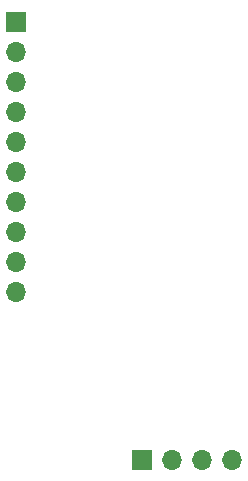
<source format=gbs>
%TF.GenerationSoftware,KiCad,Pcbnew,8.0.9-8.0.9-0~ubuntu20.04.1*%
%TF.CreationDate,2025-05-17T12:19:42+02:00*%
%TF.ProjectId,Buch_ESP32_1_Kap9_ESP_Standard,42756368-5f45-4535-9033-325f315f4b61,rev?*%
%TF.SameCoordinates,Original*%
%TF.FileFunction,Soldermask,Bot*%
%TF.FilePolarity,Negative*%
%FSLAX46Y46*%
G04 Gerber Fmt 4.6, Leading zero omitted, Abs format (unit mm)*
G04 Created by KiCad (PCBNEW 8.0.9-8.0.9-0~ubuntu20.04.1) date 2025-05-17 12:19:42*
%MOMM*%
%LPD*%
G01*
G04 APERTURE LIST*
%ADD10R,1.700000X1.700000*%
%ADD11O,1.700000X1.700000*%
G04 APERTURE END LIST*
D10*
%TO.C,J3*%
X146304000Y-130048000D03*
D11*
X148844000Y-130048000D03*
X151384000Y-130048000D03*
X153924000Y-130048000D03*
%TD*%
D10*
%TO.C,J1*%
X135636000Y-92964000D03*
D11*
X135636000Y-95504000D03*
X135636000Y-98044000D03*
X135636000Y-100584000D03*
X135636000Y-103124000D03*
X135636000Y-105664000D03*
X135636000Y-108204000D03*
X135636000Y-110744000D03*
X135636000Y-113284000D03*
X135636000Y-115824000D03*
%TD*%
M02*

</source>
